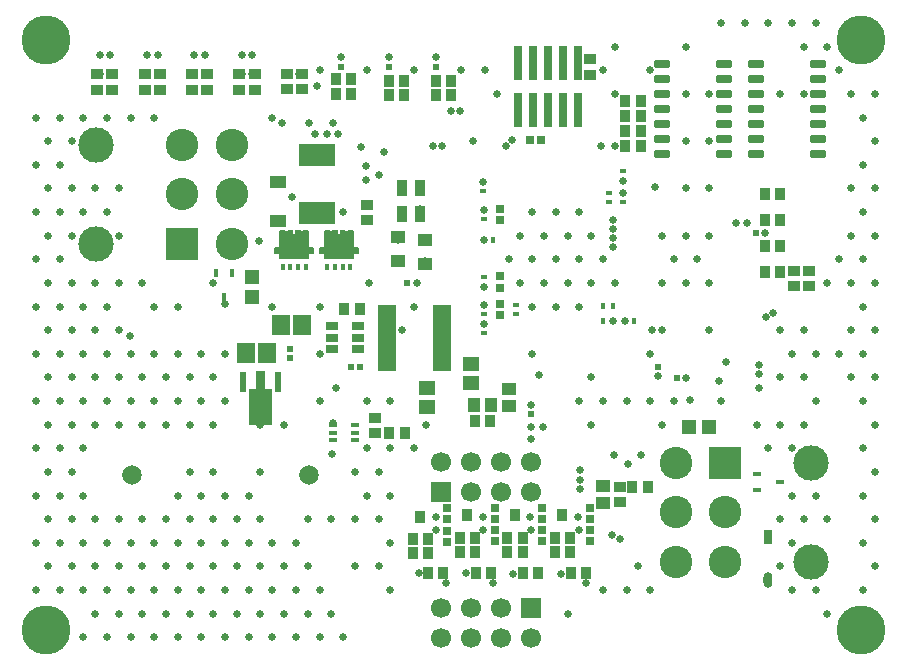
<source format=gbs>
G04*
G04 #@! TF.GenerationSoftware,Altium Limited,Altium Designer,24.2.2 (26)*
G04*
G04 Layer_Color=16711935*
%FSLAX44Y44*%
%MOMM*%
G71*
G04*
G04 #@! TF.SameCoordinates,E4E63788-C9BD-4034-8D98-A8616A57BAF2*
G04*
G04*
G04 #@! TF.FilePolarity,Negative*
G04*
G01*
G75*
%ADD36R,0.5200X0.5200*%
%ADD37R,0.5200X0.5200*%
G04:AMPARAMS|DCode=38|XSize=1.3082mm|YSize=0.7621mm|CornerRadius=0.3811mm|HoleSize=0mm|Usage=FLASHONLY|Rotation=90.000|XOffset=0mm|YOffset=0mm|HoleType=Round|Shape=RoundedRectangle|*
%AMROUNDEDRECTD38*
21,1,1.3082,0.0000,0,0,90.0*
21,1,0.5461,0.7621,0,0,90.0*
1,1,0.7621,0.0000,0.2730*
1,1,0.7621,0.0000,-0.2730*
1,1,0.7621,0.0000,-0.2730*
1,1,0.7621,0.0000,0.2730*
%
%ADD38ROUNDEDRECTD38*%
%ADD39R,0.7621X1.3082*%
%ADD51R,0.9000X1.0000*%
%ADD52R,1.0000X0.8500*%
%ADD53R,1.0000X0.9000*%
%ADD54R,0.8500X1.0500*%
%ADD55R,0.7000X0.7000*%
%ADD59R,0.7000X0.7000*%
%ADD61R,1.1000X0.9500*%
%ADD62R,0.8500X1.0000*%
%ADD63R,1.7000X1.7000*%
%ADD64C,1.7000*%
%ADD65C,1.6580*%
%ADD66R,0.8000X2.9200*%
%ADD67C,3.0000*%
%ADD68R,2.7500X2.7500*%
%ADD69C,2.7500*%
%ADD70C,0.6500*%
%ADD71C,4.1500*%
%ADD82R,0.5800X1.7300*%
%ADD83C,1.7397*%
%ADD84R,0.8000X0.4000*%
%ADD87R,1.6000X5.7000*%
%ADD88R,1.0000X0.7000*%
%ADD90R,0.3500X0.5000*%
%ADD92R,3.1500X1.9600*%
%ADD93R,0.7000X0.4200*%
%ADD96R,0.4200X0.7000*%
%ADD97R,0.9500X1.3500*%
%ADD98R,1.2500X1.0000*%
%ADD99R,0.5000X0.4000*%
%ADD100R,0.4000X0.5000*%
%ADD101R,0.6725X0.7154*%
%ADD102R,1.4562X1.2546*%
%ADD104R,1.6500X1.7000*%
G04:AMPARAMS|DCode=105|XSize=0.7mm|YSize=1.4mm|CornerRadius=0.1245mm|HoleSize=0mm|Usage=FLASHONLY|Rotation=90.000|XOffset=0mm|YOffset=0mm|HoleType=Round|Shape=RoundedRectangle|*
%AMROUNDEDRECTD105*
21,1,0.7000,1.1510,0,0,90.0*
21,1,0.4510,1.4000,0,0,90.0*
1,1,0.2490,0.5755,0.2255*
1,1,0.2490,0.5755,-0.2255*
1,1,0.2490,-0.5755,-0.2255*
1,1,0.2490,-0.5755,0.2255*
%
%ADD105ROUNDEDRECTD105*%
%ADD106R,1.0500X1.2000*%
%ADD107R,1.2000X1.0500*%
%ADD108R,1.3700X1.0600*%
%ADD109R,1.3000X1.2000*%
%ADD110R,1.2000X1.3000*%
G36*
X215228Y224413D02*
X221093D01*
Y194113D01*
X201763D01*
Y224413D01*
X207628D01*
Y239413D01*
X215228D01*
Y224413D01*
D02*
G37*
G36*
X251808Y358734D02*
X251923Y358706D01*
X252032Y358661D01*
X252132Y358600D01*
X252222Y358523D01*
X252299Y358433D01*
X252361Y358332D01*
X252406Y358223D01*
X252433Y358108D01*
X252443Y357991D01*
Y355698D01*
X252532Y355661D01*
X252633Y355600D01*
X252722Y355523D01*
X252799Y355433D01*
X252861Y355332D01*
X252906Y355223D01*
X252933Y355108D01*
X252943Y354991D01*
Y344393D01*
X255990D01*
X256108Y344384D01*
X256223Y344356D01*
X256332Y344311D01*
X256432Y344249D01*
X256522Y344173D01*
X256599Y344083D01*
X256661Y343982D01*
X256706Y343873D01*
X256733Y343759D01*
X256743Y343641D01*
Y339341D01*
X256733Y339223D01*
X256706Y339108D01*
X256661Y338999D01*
X256599Y338899D01*
X256522Y338809D01*
X256432Y338732D01*
X256332Y338671D01*
X256223Y338625D01*
X256108Y338598D01*
X255990Y338588D01*
X252943D01*
Y335191D01*
X252933Y335073D01*
X252906Y334958D01*
X252861Y334849D01*
X252799Y334749D01*
X252722Y334659D01*
X252633Y334582D01*
X252532Y334520D01*
X252423Y334475D01*
X252308Y334448D01*
X252190Y334439D01*
X227690D01*
X227573Y334448D01*
X227458Y334475D01*
X227349Y334520D01*
X227248Y334582D01*
X227158Y334659D01*
X227082Y334749D01*
X227020Y334849D01*
X226975Y334958D01*
X226947Y335073D01*
X226938Y335191D01*
Y338588D01*
X223890D01*
X223773Y338598D01*
X223658Y338625D01*
X223549Y338671D01*
X223448Y338732D01*
X223358Y338809D01*
X223282Y338899D01*
X223220Y338999D01*
X223175Y339108D01*
X223147Y339223D01*
X223138Y339341D01*
Y343641D01*
X223147Y343759D01*
X223175Y343873D01*
X223220Y343982D01*
X223282Y344083D01*
X223358Y344173D01*
X223448Y344249D01*
X223549Y344311D01*
X223658Y344356D01*
X223773Y344384D01*
X223890Y344393D01*
X226938D01*
Y354991D01*
X226947Y355108D01*
X226975Y355223D01*
X227020Y355332D01*
X227082Y355433D01*
X227158Y355523D01*
X227248Y355600D01*
X227349Y355661D01*
X227438Y355698D01*
Y357991D01*
X227447Y358108D01*
X227475Y358223D01*
X227520Y358332D01*
X227582Y358433D01*
X227658Y358523D01*
X227748Y358600D01*
X227849Y358661D01*
X227958Y358706D01*
X228073Y358734D01*
X228190Y358743D01*
X232190D01*
X232308Y358734D01*
X232423Y358706D01*
X232532Y358661D01*
X232633Y358600D01*
X232722Y358523D01*
X232799Y358433D01*
X232861Y358332D01*
X232906Y358223D01*
X232933Y358108D01*
X232943Y357991D01*
Y355743D01*
X233938D01*
Y357991D01*
X233947Y358108D01*
X233975Y358223D01*
X234020Y358332D01*
X234082Y358433D01*
X234158Y358523D01*
X234248Y358600D01*
X234349Y358661D01*
X234458Y358706D01*
X234573Y358734D01*
X234690Y358743D01*
X238690D01*
X238808Y358734D01*
X238923Y358706D01*
X239032Y358661D01*
X239132Y358600D01*
X239222Y358523D01*
X239299Y358433D01*
X239361Y358332D01*
X239406Y358223D01*
X239433Y358108D01*
X239443Y357991D01*
Y355743D01*
X240438D01*
Y357991D01*
X240447Y358108D01*
X240475Y358223D01*
X240520Y358332D01*
X240582Y358433D01*
X240658Y358523D01*
X240748Y358600D01*
X240849Y358661D01*
X240958Y358706D01*
X241073Y358734D01*
X241190Y358743D01*
X245190D01*
X245308Y358734D01*
X245423Y358706D01*
X245532Y358661D01*
X245632Y358600D01*
X245722Y358523D01*
X245799Y358433D01*
X245861Y358332D01*
X245906Y358223D01*
X245933Y358108D01*
X245943Y357991D01*
Y355743D01*
X246938D01*
Y357991D01*
X246947Y358108D01*
X246975Y358223D01*
X247020Y358332D01*
X247082Y358433D01*
X247158Y358523D01*
X247248Y358600D01*
X247349Y358661D01*
X247458Y358706D01*
X247573Y358734D01*
X247690Y358743D01*
X251690D01*
X251808Y358734D01*
D02*
G37*
G36*
X289808D02*
X289923Y358706D01*
X290032Y358661D01*
X290133Y358600D01*
X290222Y358523D01*
X290299Y358433D01*
X290361Y358332D01*
X290406Y358223D01*
X290433Y358108D01*
X290443Y357991D01*
Y355698D01*
X290532Y355661D01*
X290632Y355600D01*
X290722Y355523D01*
X290799Y355433D01*
X290861Y355332D01*
X290906Y355223D01*
X290933Y355108D01*
X290943Y354991D01*
Y344393D01*
X293990D01*
X294108Y344384D01*
X294223Y344356D01*
X294332Y344311D01*
X294433Y344249D01*
X294522Y344173D01*
X294599Y344083D01*
X294661Y343982D01*
X294706Y343873D01*
X294733Y343759D01*
X294743Y343641D01*
Y339341D01*
X294733Y339223D01*
X294706Y339108D01*
X294661Y338999D01*
X294599Y338899D01*
X294522Y338809D01*
X294433Y338732D01*
X294332Y338671D01*
X294223Y338625D01*
X294108Y338598D01*
X293990Y338588D01*
X290943D01*
Y335191D01*
X290933Y335073D01*
X290906Y334958D01*
X290861Y334849D01*
X290799Y334749D01*
X290722Y334659D01*
X290632Y334582D01*
X290532Y334520D01*
X290423Y334475D01*
X290308Y334448D01*
X290190Y334439D01*
X265690D01*
X265573Y334448D01*
X265458Y334475D01*
X265349Y334520D01*
X265248Y334582D01*
X265158Y334659D01*
X265082Y334749D01*
X265020Y334849D01*
X264975Y334958D01*
X264947Y335073D01*
X264938Y335191D01*
Y338588D01*
X261890D01*
X261773Y338598D01*
X261658Y338625D01*
X261549Y338671D01*
X261448Y338732D01*
X261358Y338809D01*
X261282Y338899D01*
X261220Y338999D01*
X261175Y339108D01*
X261147Y339223D01*
X261138Y339341D01*
Y343641D01*
X261147Y343759D01*
X261175Y343873D01*
X261220Y343982D01*
X261282Y344083D01*
X261358Y344173D01*
X261448Y344249D01*
X261549Y344311D01*
X261658Y344356D01*
X261773Y344384D01*
X261890Y344393D01*
X264938D01*
Y354991D01*
X264947Y355108D01*
X264975Y355223D01*
X265020Y355332D01*
X265082Y355433D01*
X265158Y355523D01*
X265248Y355600D01*
X265349Y355661D01*
X265438Y355698D01*
Y357991D01*
X265447Y358108D01*
X265475Y358223D01*
X265520Y358332D01*
X265582Y358433D01*
X265658Y358523D01*
X265748Y358600D01*
X265849Y358661D01*
X265958Y358706D01*
X266073Y358734D01*
X266190Y358743D01*
X270190D01*
X270308Y358734D01*
X270423Y358706D01*
X270532Y358661D01*
X270632Y358600D01*
X270722Y358523D01*
X270799Y358433D01*
X270861Y358332D01*
X270906Y358223D01*
X270933Y358108D01*
X270943Y357991D01*
Y355743D01*
X271938D01*
Y357991D01*
X271947Y358108D01*
X271975Y358223D01*
X272020Y358332D01*
X272082Y358433D01*
X272158Y358523D01*
X272248Y358600D01*
X272349Y358661D01*
X272458Y358706D01*
X272573Y358734D01*
X272690Y358743D01*
X276690D01*
X276808Y358734D01*
X276923Y358706D01*
X277032Y358661D01*
X277132Y358600D01*
X277222Y358523D01*
X277299Y358433D01*
X277361Y358332D01*
X277406Y358223D01*
X277433Y358108D01*
X277443Y357991D01*
Y355743D01*
X278438D01*
Y357991D01*
X278447Y358108D01*
X278475Y358223D01*
X278520Y358332D01*
X278582Y358433D01*
X278658Y358523D01*
X278748Y358600D01*
X278849Y358661D01*
X278958Y358706D01*
X279073Y358734D01*
X279190Y358743D01*
X283190D01*
X283308Y358734D01*
X283423Y358706D01*
X283532Y358661D01*
X283633Y358600D01*
X283722Y358523D01*
X283799Y358433D01*
X283861Y358332D01*
X283906Y358223D01*
X283933Y358108D01*
X283943Y357991D01*
Y355743D01*
X284938D01*
Y357991D01*
X284947Y358108D01*
X284975Y358223D01*
X285020Y358332D01*
X285082Y358433D01*
X285158Y358523D01*
X285248Y358600D01*
X285349Y358661D01*
X285458Y358706D01*
X285573Y358734D01*
X285690Y358743D01*
X289690D01*
X289808Y358734D01*
D02*
G37*
D36*
X236250Y258750D02*
D03*
Y250750D02*
D03*
X280000Y497500D02*
D03*
Y505500D02*
D03*
X360000Y497500D02*
D03*
Y505500D02*
D03*
X320000Y497500D02*
D03*
Y505500D02*
D03*
X440500Y211000D02*
D03*
Y203000D02*
D03*
X548250Y243500D02*
D03*
Y235500D02*
D03*
D37*
X630750Y356481D02*
D03*
X638750D02*
D03*
X287750Y242750D02*
D03*
X295750D02*
D03*
X343750Y314615D02*
D03*
X335750D02*
D03*
X563750Y233750D02*
D03*
X571750D02*
D03*
D38*
X641500Y62500D02*
D03*
D39*
Y99000D02*
D03*
D51*
X275250Y474500D02*
D03*
X288250D02*
D03*
X533500Y468000D02*
D03*
X520500D02*
D03*
X533500Y455426D02*
D03*
X520500D02*
D03*
X533500Y442750D02*
D03*
X520500D02*
D03*
X533500Y430250D02*
D03*
X520500D02*
D03*
X539250Y141750D02*
D03*
X526250D02*
D03*
X333500Y187500D02*
D03*
X320500D02*
D03*
X393000Y197750D02*
D03*
X406000D02*
D03*
X433500Y86695D02*
D03*
X420500D02*
D03*
X473500Y86500D02*
D03*
X460500D02*
D03*
X393250Y86500D02*
D03*
X380250D02*
D03*
X353250Y85500D02*
D03*
X340250D02*
D03*
X295500Y292250D02*
D03*
X282500D02*
D03*
X651750Y323481D02*
D03*
X638750D02*
D03*
X651750Y367481D02*
D03*
X638750D02*
D03*
X651750Y345481D02*
D03*
X638750D02*
D03*
X651750Y389481D02*
D03*
X638750D02*
D03*
X333000Y473000D02*
D03*
X320000D02*
D03*
X373000D02*
D03*
X360000D02*
D03*
X373000Y485500D02*
D03*
X360000D02*
D03*
X333000Y485500D02*
D03*
X320000D02*
D03*
D52*
X308500Y187500D02*
D03*
Y200000D02*
D03*
X233750Y478750D02*
D03*
Y491250D02*
D03*
X246250Y478750D02*
D03*
Y491250D02*
D03*
D53*
X676000Y324500D02*
D03*
Y311500D02*
D03*
X663500Y324500D02*
D03*
Y311500D02*
D03*
X515500Y128750D02*
D03*
Y141750D02*
D03*
X302000Y380250D02*
D03*
Y367250D02*
D03*
X86000Y491000D02*
D03*
Y478000D02*
D03*
X490500Y490500D02*
D03*
Y503500D02*
D03*
D54*
X433500Y98695D02*
D03*
X420500D02*
D03*
X427000Y117695D02*
D03*
X473500Y98500D02*
D03*
X460500D02*
D03*
X467000Y117500D02*
D03*
X393250Y98500D02*
D03*
X380250D02*
D03*
X386750Y117500D02*
D03*
X353250Y97500D02*
D03*
X340250D02*
D03*
X346750Y116500D02*
D03*
D55*
X490250Y105000D02*
D03*
Y96000D02*
D03*
Y114500D02*
D03*
Y123500D02*
D03*
X450000Y114500D02*
D03*
Y123500D02*
D03*
Y105000D02*
D03*
Y96000D02*
D03*
X409750Y114500D02*
D03*
Y123500D02*
D03*
Y105000D02*
D03*
Y96000D02*
D03*
X369750Y114500D02*
D03*
Y123500D02*
D03*
Y104250D02*
D03*
Y95250D02*
D03*
D59*
X439750Y435500D02*
D03*
X448750D02*
D03*
D61*
X153500Y491250D02*
D03*
Y477750D02*
D03*
X193500Y491250D02*
D03*
Y477750D02*
D03*
X166500Y491250D02*
D03*
Y477750D02*
D03*
X206500Y491250D02*
D03*
Y477750D02*
D03*
X126645Y491250D02*
D03*
Y477750D02*
D03*
X113395Y491250D02*
D03*
Y477750D02*
D03*
X73500Y491250D02*
D03*
Y477750D02*
D03*
D62*
X434000Y68445D02*
D03*
X446500D02*
D03*
X474250Y68500D02*
D03*
X486750D02*
D03*
X393750D02*
D03*
X406250D02*
D03*
X353750Y68500D02*
D03*
X366250D02*
D03*
X288000Y487000D02*
D03*
X275500D02*
D03*
D63*
X364650Y137300D02*
D03*
X440900Y38750D02*
D03*
D64*
X364650Y162700D02*
D03*
X390050Y137300D02*
D03*
X415450D02*
D03*
X390050Y162700D02*
D03*
X415450D02*
D03*
X440850Y137300D02*
D03*
Y162700D02*
D03*
X364700Y13350D02*
D03*
Y38750D02*
D03*
X390100Y13350D02*
D03*
X415500D02*
D03*
X390100Y38750D02*
D03*
X415500D02*
D03*
X440900Y13350D02*
D03*
D65*
X252750Y151750D02*
D03*
X102750D02*
D03*
D66*
X480200Y500800D02*
D03*
X467500D02*
D03*
X454800D02*
D03*
X442100D02*
D03*
X429400D02*
D03*
X480200Y460500D02*
D03*
X467500D02*
D03*
X454800D02*
D03*
X442100D02*
D03*
X429400D02*
D03*
D67*
X72000Y347250D02*
D03*
Y431250D02*
D03*
X678000Y78000D02*
D03*
Y162000D02*
D03*
D68*
X145000Y347250D02*
D03*
X605000Y162000D02*
D03*
D69*
X145000Y389250D02*
D03*
Y431250D02*
D03*
X187000Y347250D02*
D03*
Y389250D02*
D03*
Y431250D02*
D03*
X563000Y78000D02*
D03*
Y120000D02*
D03*
Y162000D02*
D03*
X605000Y78000D02*
D03*
Y120000D02*
D03*
D70*
X411500Y474251D02*
D03*
X501500Y494251D02*
D03*
X511500Y474251D02*
D03*
X401500Y494251D02*
D03*
X721500Y294251D02*
D03*
X731500Y314251D02*
D03*
X711500D02*
D03*
X691500D02*
D03*
X701500Y334251D02*
D03*
X721500D02*
D03*
X711500Y354251D02*
D03*
X731500D02*
D03*
X721500Y374251D02*
D03*
X711500Y394251D02*
D03*
X731500D02*
D03*
X721500Y414251D02*
D03*
X591501Y394251D02*
D03*
Y354251D02*
D03*
X508770Y100520D02*
D03*
X515500Y97250D02*
D03*
X501250Y128000D02*
D03*
X731500Y474251D02*
D03*
X721500Y454251D02*
D03*
X731500Y434251D02*
D03*
Y274251D02*
D03*
X721500Y254251D02*
D03*
X731500Y234251D02*
D03*
X721500Y214251D02*
D03*
X731500Y194251D02*
D03*
X721500Y174251D02*
D03*
X731500Y154250D02*
D03*
X721500Y134250D02*
D03*
X731500Y114250D02*
D03*
X721500Y94250D02*
D03*
X731500Y74250D02*
D03*
X721500Y54250D02*
D03*
X701500Y494251D02*
D03*
X711500Y474251D02*
D03*
Y274251D02*
D03*
X701500Y254251D02*
D03*
X711500Y234251D02*
D03*
X681500Y534251D02*
D03*
X691500Y514251D02*
D03*
X681500Y254251D02*
D03*
Y214251D02*
D03*
Y134250D02*
D03*
X691500Y114250D02*
D03*
X681500Y54250D02*
D03*
X691500Y34250D02*
D03*
X661500Y534251D02*
D03*
X671500Y514251D02*
D03*
Y474251D02*
D03*
Y274251D02*
D03*
X661500Y254251D02*
D03*
X671500Y234251D02*
D03*
Y194251D02*
D03*
X661500Y174251D02*
D03*
Y134250D02*
D03*
X671500Y114250D02*
D03*
X661500Y94250D02*
D03*
Y54250D02*
D03*
X641500Y534251D02*
D03*
X651500Y474251D02*
D03*
Y274251D02*
D03*
Y234251D02*
D03*
Y194251D02*
D03*
X641500Y174251D02*
D03*
X651500Y114250D02*
D03*
Y74250D02*
D03*
X621501Y534251D02*
D03*
X631501Y194251D02*
D03*
X601501Y534251D02*
D03*
Y214251D02*
D03*
X591501Y474251D02*
D03*
Y434251D02*
D03*
X581501Y334251D02*
D03*
X591501Y314251D02*
D03*
Y274251D02*
D03*
X571501Y514251D02*
D03*
Y474251D02*
D03*
Y434251D02*
D03*
Y394251D02*
D03*
Y354251D02*
D03*
X561501Y334251D02*
D03*
X571501Y314251D02*
D03*
X561501Y214251D02*
D03*
X541500Y494251D02*
D03*
X551500Y354251D02*
D03*
Y314251D02*
D03*
Y274251D02*
D03*
X541500Y254251D02*
D03*
Y214251D02*
D03*
X551500Y194251D02*
D03*
X541500Y54250D02*
D03*
X521500Y214251D02*
D03*
X531500Y74250D02*
D03*
X521500Y54250D02*
D03*
X511500Y514251D02*
D03*
X501500Y334251D02*
D03*
X511500Y314251D02*
D03*
X501500Y214251D02*
D03*
Y54250D02*
D03*
X481500Y374251D02*
D03*
X491500Y354251D02*
D03*
X481500Y334251D02*
D03*
X491500Y314251D02*
D03*
X481500Y294251D02*
D03*
X491500Y234251D02*
D03*
X481500Y214251D02*
D03*
X491500Y194251D02*
D03*
X461500Y374251D02*
D03*
X471500Y354251D02*
D03*
X461500Y334251D02*
D03*
X471500Y314251D02*
D03*
X461500Y294251D02*
D03*
X471500Y34250D02*
D03*
X441500Y374251D02*
D03*
X451500Y354251D02*
D03*
X441500Y334251D02*
D03*
X451500Y314251D02*
D03*
X441500Y294251D02*
D03*
Y254251D02*
D03*
X431500Y354251D02*
D03*
X421500Y334251D02*
D03*
X431500Y314251D02*
D03*
X381500Y494251D02*
D03*
X391500Y434251D02*
D03*
X341500Y494251D02*
D03*
Y294251D02*
D03*
X351500Y194251D02*
D03*
X341500Y174251D02*
D03*
X331500Y274251D02*
D03*
X321500Y214251D02*
D03*
Y174251D02*
D03*
Y134250D02*
D03*
Y94250D02*
D03*
Y54250D02*
D03*
X301500Y494251D02*
D03*
Y214251D02*
D03*
Y174251D02*
D03*
X311500Y154250D02*
D03*
X301500Y134250D02*
D03*
X311500Y114250D02*
D03*
Y74250D02*
D03*
X281500Y374251D02*
D03*
X291500Y154250D02*
D03*
Y114250D02*
D03*
Y74250D02*
D03*
X281500Y14250D02*
D03*
X261500Y494251D02*
D03*
Y294251D02*
D03*
Y254251D02*
D03*
Y214251D02*
D03*
X271500Y114250D02*
D03*
X261500Y54250D02*
D03*
X271500Y34250D02*
D03*
X261500Y14250D02*
D03*
X251500Y114250D02*
D03*
X241500Y94250D02*
D03*
X251500Y74250D02*
D03*
X241500Y54250D02*
D03*
X251500Y34250D02*
D03*
X241500Y14250D02*
D03*
X221500Y454251D02*
D03*
Y294251D02*
D03*
X231500Y194251D02*
D03*
X221500Y94250D02*
D03*
X231500Y74250D02*
D03*
X221500Y54250D02*
D03*
X231500Y34250D02*
D03*
X221500Y14250D02*
D03*
X211500Y234251D02*
D03*
Y194251D02*
D03*
Y154250D02*
D03*
X201500Y134250D02*
D03*
X211500Y114250D02*
D03*
X201500Y94250D02*
D03*
X211500Y74250D02*
D03*
X201500Y54250D02*
D03*
X211500Y34250D02*
D03*
X201500Y14250D02*
D03*
X181500Y254251D02*
D03*
Y214251D02*
D03*
Y134250D02*
D03*
X191500Y114250D02*
D03*
X181500Y94250D02*
D03*
X191500Y74250D02*
D03*
X181500Y54250D02*
D03*
X191500Y34250D02*
D03*
X181500Y14250D02*
D03*
X171500Y314251D02*
D03*
X161500Y254251D02*
D03*
X171500Y234251D02*
D03*
X161500Y214251D02*
D03*
X171500Y194251D02*
D03*
Y154250D02*
D03*
X161500Y134250D02*
D03*
X171500Y114250D02*
D03*
X161500Y94250D02*
D03*
X171500Y74250D02*
D03*
X161500Y54250D02*
D03*
X171500Y34250D02*
D03*
X161500Y14250D02*
D03*
X141500Y294251D02*
D03*
Y254251D02*
D03*
X151500Y234251D02*
D03*
X141500Y214251D02*
D03*
X151500Y194251D02*
D03*
Y154250D02*
D03*
X141500Y134250D02*
D03*
X151500Y114250D02*
D03*
X141500Y94250D02*
D03*
X151500Y74250D02*
D03*
X141500Y54250D02*
D03*
X151500Y34250D02*
D03*
X141500Y14250D02*
D03*
X121500Y454251D02*
D03*
Y294251D02*
D03*
Y254251D02*
D03*
X131500Y234251D02*
D03*
X121500Y214251D02*
D03*
X131500Y194251D02*
D03*
Y114250D02*
D03*
X121500Y94250D02*
D03*
X131500Y74250D02*
D03*
X121500Y54250D02*
D03*
X131500Y34250D02*
D03*
X121500Y14250D02*
D03*
X101500Y454251D02*
D03*
X111500Y314251D02*
D03*
X101500Y254251D02*
D03*
X111500Y234251D02*
D03*
X101500Y214251D02*
D03*
X111500Y194251D02*
D03*
Y114250D02*
D03*
X101500Y94250D02*
D03*
X111500Y74250D02*
D03*
X101500Y54250D02*
D03*
X111500Y34250D02*
D03*
X101500Y14250D02*
D03*
X81500Y454251D02*
D03*
X91500Y394251D02*
D03*
X81500Y374251D02*
D03*
X91500Y354251D02*
D03*
Y314251D02*
D03*
X81500Y294251D02*
D03*
X91500Y274251D02*
D03*
X81500Y254251D02*
D03*
X91500Y234251D02*
D03*
X81500Y214251D02*
D03*
X91500Y194251D02*
D03*
Y114250D02*
D03*
X81500Y94250D02*
D03*
X91500Y74250D02*
D03*
X81500Y54250D02*
D03*
X91500Y34250D02*
D03*
X81500Y14250D02*
D03*
X61500Y454251D02*
D03*
X71500Y394251D02*
D03*
X61500Y374251D02*
D03*
X71500Y314251D02*
D03*
X61500Y294251D02*
D03*
X71500Y274251D02*
D03*
X61500Y254251D02*
D03*
X71500Y234251D02*
D03*
X61500Y214251D02*
D03*
X71500Y194251D02*
D03*
X61500Y174251D02*
D03*
Y134250D02*
D03*
X71500Y114250D02*
D03*
X61500Y94250D02*
D03*
X71500Y74250D02*
D03*
X61500Y54250D02*
D03*
X71500Y34250D02*
D03*
X61500Y14250D02*
D03*
X41500Y454251D02*
D03*
X51500Y434251D02*
D03*
X41500Y414251D02*
D03*
X51500Y394251D02*
D03*
X41500Y374251D02*
D03*
X51500Y354251D02*
D03*
X41500Y334251D02*
D03*
X51500Y314251D02*
D03*
X41500Y294251D02*
D03*
X51500Y274251D02*
D03*
X41500Y254251D02*
D03*
X51500Y234251D02*
D03*
X41500Y214251D02*
D03*
X51500Y194251D02*
D03*
X41500Y174251D02*
D03*
X51500Y154250D02*
D03*
X41500Y134250D02*
D03*
X51500Y114250D02*
D03*
X41500Y94250D02*
D03*
X51500Y74250D02*
D03*
X41500Y54250D02*
D03*
X21500Y454251D02*
D03*
X31500Y434251D02*
D03*
X21500Y414251D02*
D03*
X31500Y394251D02*
D03*
X21500Y374251D02*
D03*
X31500Y354251D02*
D03*
X21500Y334251D02*
D03*
X31500Y314251D02*
D03*
X21500Y294251D02*
D03*
X31500Y274251D02*
D03*
X21500Y254251D02*
D03*
X31500Y234251D02*
D03*
X21500Y214251D02*
D03*
X31500Y194251D02*
D03*
X21500Y174251D02*
D03*
X31500Y154250D02*
D03*
X21500Y134250D02*
D03*
X31500Y114250D02*
D03*
X21500Y94250D02*
D03*
X31500Y74250D02*
D03*
X21500Y54250D02*
D03*
X312000Y406000D02*
D03*
X316000Y424750D02*
D03*
X296250Y429517D02*
D03*
X372500Y460000D02*
D03*
X380000D02*
D03*
X259250Y481000D02*
D03*
X545250Y395750D02*
D03*
X181750Y296750D02*
D03*
X482000Y155750D02*
D03*
Y147750D02*
D03*
Y139750D02*
D03*
X350750Y332865D02*
D03*
X327750Y350365D02*
D03*
X345500Y69000D02*
D03*
X385250Y68750D02*
D03*
X466000Y67750D02*
D03*
X425250Y68250D02*
D03*
X368250Y60250D02*
D03*
X487500D02*
D03*
X408000D02*
D03*
X605750Y247250D02*
D03*
X481000Y104750D02*
D03*
X551750Y461500D02*
D03*
X683750Y499600D02*
D03*
X631250D02*
D03*
X645750Y289000D02*
D03*
X639250Y285750D02*
D03*
X204500Y507250D02*
D03*
X195500D02*
D03*
X164500Y507250D02*
D03*
X155500D02*
D03*
X512000Y430250D02*
D03*
X499750D02*
D03*
X101250Y269750D02*
D03*
X424750Y435000D02*
D03*
X419750Y430000D02*
D03*
X448750Y435500D02*
D03*
X480200Y460500D02*
D03*
X429400D02*
D03*
X467500Y500800D02*
D03*
Y460500D02*
D03*
X454800D02*
D03*
X480200Y500800D02*
D03*
X454800D02*
D03*
X440500Y192500D02*
D03*
X450750D02*
D03*
X126645Y477750D02*
D03*
X113395D02*
D03*
X303000Y314615D02*
D03*
X275750Y225250D02*
D03*
X272250Y169250D02*
D03*
X272750Y196000D02*
D03*
X308500Y200000D02*
D03*
X301250Y401000D02*
D03*
X257500Y440000D02*
D03*
X252500Y450000D02*
D03*
X229500D02*
D03*
X238500Y387250D02*
D03*
X267500Y440000D02*
D03*
X277500D02*
D03*
X357500Y430000D02*
D03*
X365000D02*
D03*
X272500Y450000D02*
D03*
X301250Y413000D02*
D03*
X275500Y487000D02*
D03*
X333000Y473000D02*
D03*
X75500Y507250D02*
D03*
X84500D02*
D03*
X115500Y507250D02*
D03*
X124500D02*
D03*
X633750Y237000D02*
D03*
X614250Y365000D02*
D03*
X510000Y352500D02*
D03*
X638750Y345481D02*
D03*
X623000Y365000D02*
D03*
X510000Y367500D02*
D03*
Y360000D02*
D03*
Y345000D02*
D03*
X282500Y292250D02*
D03*
X633750Y245000D02*
D03*
Y225000D02*
D03*
X600000Y231001D02*
D03*
X543250Y274250D02*
D03*
X575000Y215000D02*
D03*
X534000Y168250D02*
D03*
X511000Y168500D02*
D03*
X522500Y160750D02*
D03*
X440578Y104984D02*
D03*
X386750Y116500D02*
D03*
X400205Y105015D02*
D03*
X399750Y116500D02*
D03*
X427000D02*
D03*
X440000D02*
D03*
X480250D02*
D03*
X467250D02*
D03*
X440500Y182500D02*
D03*
X446500Y68445D02*
D03*
X486750Y68500D02*
D03*
X406250D02*
D03*
X366250Y68500D02*
D03*
X359750Y104750D02*
D03*
X359750Y116500D02*
D03*
X346750D02*
D03*
X638750Y323481D02*
D03*
Y367481D02*
D03*
Y389481D02*
D03*
Y356481D02*
D03*
X346550Y376900D02*
D03*
Y390900D02*
D03*
X327750Y332865D02*
D03*
X350750Y350365D02*
D03*
X210650Y350168D02*
D03*
X244500Y491250D02*
D03*
X115500D02*
D03*
X235500D02*
D03*
X195500D02*
D03*
X124500D02*
D03*
X164500Y491250D02*
D03*
X155500D02*
D03*
X204500Y491250D02*
D03*
X320000Y473000D02*
D03*
X360000D02*
D03*
X84500Y491250D02*
D03*
X280000Y505500D02*
D03*
X320000D02*
D03*
X360000D02*
D03*
X75500Y491250D02*
D03*
X440500Y211000D02*
D03*
X447000Y236500D02*
D03*
X352250Y225500D02*
D03*
X343750Y314615D02*
D03*
X548250Y235500D02*
D03*
X571750Y233750D02*
D03*
X399750Y399730D02*
D03*
X400750Y279750D02*
D03*
X400770Y295750D02*
D03*
Y310750D02*
D03*
Y350750D02*
D03*
Y375750D02*
D03*
X518730Y400750D02*
D03*
Y390750D02*
D03*
X519750Y281770D02*
D03*
X509750D02*
D03*
D71*
X30000Y520000D02*
D03*
X720000Y20000D02*
D03*
X30000D02*
D03*
X720000Y520000D02*
D03*
D82*
X196428Y230763D02*
D03*
X226428D02*
D03*
D83*
X211428Y212954D02*
D03*
D84*
X291750Y194000D02*
D03*
Y187500D02*
D03*
Y181000D02*
D03*
X272750D02*
D03*
Y187500D02*
D03*
Y194000D02*
D03*
D87*
X318250Y268000D02*
D03*
X365250D02*
D03*
D88*
X271755Y258500D02*
D03*
Y268000D02*
D03*
Y277500D02*
D03*
X293745D02*
D03*
Y268000D02*
D03*
Y258500D02*
D03*
D90*
X249690Y327491D02*
D03*
X243190D02*
D03*
X236690D02*
D03*
X230190D02*
D03*
X287690D02*
D03*
X281190D02*
D03*
X274690D02*
D03*
X268190D02*
D03*
D92*
X258940Y422816D02*
D03*
Y373716D02*
D03*
D93*
X631500Y139250D02*
D03*
Y152250D02*
D03*
X651500Y145750D02*
D03*
D96*
X174250Y322500D02*
D03*
X187250D02*
D03*
X180750Y302500D02*
D03*
D97*
X331500Y373026D02*
D03*
X346500D02*
D03*
X331500Y394776D02*
D03*
X346500D02*
D03*
D98*
X350750Y350365D02*
D03*
Y330365D02*
D03*
X327750Y332865D02*
D03*
Y352865D02*
D03*
D99*
X518730Y390750D02*
D03*
Y382750D02*
D03*
X506342Y390744D02*
D03*
Y382744D02*
D03*
X518730Y400750D02*
D03*
Y408750D02*
D03*
X399750Y399730D02*
D03*
Y391730D02*
D03*
X400750Y279750D02*
D03*
Y271750D02*
D03*
X400770Y295750D02*
D03*
Y287750D02*
D03*
X428020Y295750D02*
D03*
Y287750D02*
D03*
X400902Y311035D02*
D03*
Y319035D02*
D03*
X400770Y376250D02*
D03*
Y368250D02*
D03*
D100*
X509750Y294344D02*
D03*
X501750D02*
D03*
X509750Y281770D02*
D03*
X501750D02*
D03*
X519750D02*
D03*
X527750D02*
D03*
X408770Y350750D02*
D03*
X400770D02*
D03*
D101*
X414520Y286714D02*
D03*
Y296285D02*
D03*
X414540Y319785D02*
D03*
Y310214D02*
D03*
X414408Y367470D02*
D03*
Y377041D02*
D03*
D102*
X390000Y229242D02*
D03*
Y245758D02*
D03*
X352250Y208984D02*
D03*
Y225500D02*
D03*
D104*
X247000Y279000D02*
D03*
X229000D02*
D03*
X217250Y254750D02*
D03*
X199250D02*
D03*
D105*
X631250Y423400D02*
D03*
Y436100D02*
D03*
Y448800D02*
D03*
Y461500D02*
D03*
Y474200D02*
D03*
Y486900D02*
D03*
Y499600D02*
D03*
X683750Y423400D02*
D03*
Y436100D02*
D03*
Y448800D02*
D03*
Y461500D02*
D03*
Y474200D02*
D03*
Y486900D02*
D03*
Y499600D02*
D03*
X604250D02*
D03*
Y486900D02*
D03*
Y474200D02*
D03*
Y461500D02*
D03*
Y448800D02*
D03*
Y436100D02*
D03*
Y423400D02*
D03*
X551750Y499600D02*
D03*
Y486900D02*
D03*
Y474200D02*
D03*
Y461500D02*
D03*
Y448800D02*
D03*
Y436100D02*
D03*
Y423400D02*
D03*
D106*
X406750Y210750D02*
D03*
X392250D02*
D03*
D107*
X422000Y224500D02*
D03*
Y210000D02*
D03*
X501250Y128000D02*
D03*
Y142500D02*
D03*
D108*
X226000Y366900D02*
D03*
Y399600D02*
D03*
D109*
X574250Y192000D02*
D03*
X591250D02*
D03*
D110*
X204250Y319000D02*
D03*
Y302000D02*
D03*
M02*

</source>
